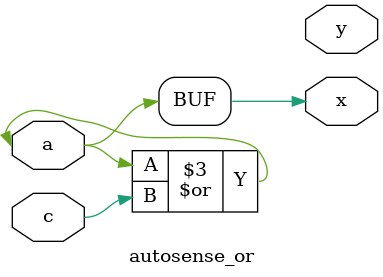
<source format=v>
module autosense_or(/*AUTOARG*/
                    // Outputs
                    x, y,
                    // Inputs
                    a, c
                    );
   
   input  a;
   input  c;
   output x;
   output y;
   
   always @(a/*AUTOSENSE*/) begin
      x  = a;
   end
   always @(a/*AUTOSENSE*/ or c) begin
      x  = a | c;
   end
   //   always @(a or/*AUTOSENSE*/c) begin
   //      x = a | c;
   //   end
   
endmodule


</source>
